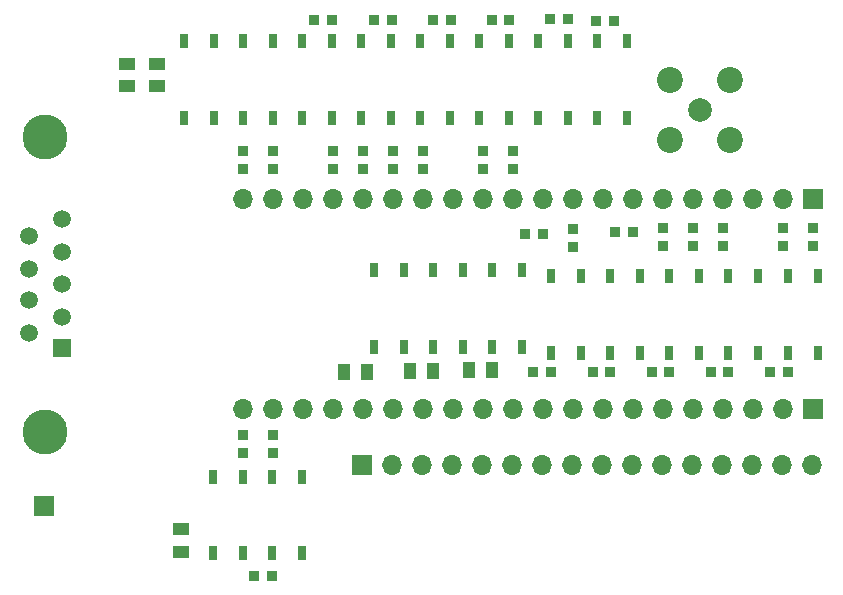
<source format=gbr>
%TF.GenerationSoftware,KiCad,Pcbnew,(5.1.9)-1*%
%TF.CreationDate,2022-05-02T16:44:27-06:00*%
%TF.ProjectId,Resistor_Cali,52657369-7374-46f7-925f-43616c692e6b,rev?*%
%TF.SameCoordinates,Original*%
%TF.FileFunction,Soldermask,Top*%
%TF.FilePolarity,Negative*%
%FSLAX46Y46*%
G04 Gerber Fmt 4.6, Leading zero omitted, Abs format (unit mm)*
G04 Created by KiCad (PCBNEW (5.1.9)-1) date 2022-05-02 16:44:27*
%MOMM*%
%LPD*%
G01*
G04 APERTURE LIST*
%ADD10C,2.200000*%
%ADD11C,2.000000*%
%ADD12R,0.800000X1.300000*%
%ADD13R,0.864000X0.806000*%
%ADD14R,1.377000X1.133000*%
%ADD15R,1.133000X1.377000*%
%ADD16R,0.806000X0.864000*%
%ADD17O,1.700000X1.700000*%
%ADD18R,1.700000X1.700000*%
%ADD19C,3.810000*%
%ADD20R,1.520000X1.520000*%
%ADD21C,1.520000*%
G04 APERTURE END LIST*
D10*
%TO.C,J1*%
X-7030000Y3410000D03*
X-12130000Y3410000D03*
X-12130000Y8510000D03*
X-7030000Y8510000D03*
D11*
X-9580000Y5960000D03*
%TD*%
D12*
%TO.C,U16*%
X-53270000Y5325000D03*
X-50730000Y5325000D03*
X-53270000Y11825000D03*
X-50730000Y11825000D03*
%TD*%
%TO.C,U15*%
X-48270000Y5325000D03*
X-45730000Y5325000D03*
X-48270000Y11825000D03*
X-45730000Y11825000D03*
%TD*%
%TO.C,U7*%
X-29605000Y-7600000D03*
X-32145000Y-7600000D03*
X-29605000Y-14100000D03*
X-32145000Y-14100000D03*
%TD*%
%TO.C,U14*%
X-43270000Y5325000D03*
X-40730000Y5325000D03*
X-43270000Y11825000D03*
X-40730000Y11825000D03*
%TD*%
%TO.C,U6*%
X-24605000Y-7600000D03*
X-27145000Y-7600000D03*
X-24605000Y-14100000D03*
X-27145000Y-14100000D03*
%TD*%
%TO.C,U13*%
X-38270000Y5325000D03*
X-35730000Y5325000D03*
X-38270000Y11825000D03*
X-35730000Y11825000D03*
%TD*%
%TO.C,U18*%
X-43255000Y-25050000D03*
X-45795000Y-25050000D03*
X-43255000Y-31550000D03*
X-45795000Y-31550000D03*
%TD*%
%TO.C,U5*%
X-19605000Y-8075000D03*
X-22145000Y-8075000D03*
X-19605000Y-14575000D03*
X-22145000Y-14575000D03*
%TD*%
%TO.C,U12*%
X-33270000Y5325000D03*
X-30730000Y5325000D03*
X-33270000Y11825000D03*
X-30730000Y11825000D03*
%TD*%
%TO.C,U4*%
X-14605000Y-8075000D03*
X-17145000Y-8075000D03*
X-14605000Y-14575000D03*
X-17145000Y-14575000D03*
%TD*%
%TO.C,U17*%
X-48255000Y-25050000D03*
X-50795000Y-25050000D03*
X-48255000Y-31550000D03*
X-50795000Y-31550000D03*
%TD*%
%TO.C,U11*%
X-28270000Y5325000D03*
X-25730000Y5325000D03*
X-28270000Y11825000D03*
X-25730000Y11825000D03*
%TD*%
%TO.C,U3*%
X-9605000Y-8075000D03*
X-12145000Y-8075000D03*
X-9605000Y-14575000D03*
X-12145000Y-14575000D03*
%TD*%
%TO.C,U10*%
X-23270000Y5325000D03*
X-20730000Y5325000D03*
X-23270000Y11825000D03*
X-20730000Y11825000D03*
%TD*%
%TO.C,U9*%
X-18270000Y5325000D03*
X-15730000Y5325000D03*
X-18270000Y11825000D03*
X-15730000Y11825000D03*
%TD*%
%TO.C,U2*%
X-4605000Y-8075000D03*
X-7145000Y-8075000D03*
X-4605000Y-14575000D03*
X-7145000Y-14575000D03*
%TD*%
%TO.C,U8*%
X-34605000Y-7600000D03*
X-37145000Y-7600000D03*
X-34605000Y-14100000D03*
X-37145000Y-14100000D03*
%TD*%
%TO.C,U1*%
X395000Y-8075000D03*
X-2145000Y-8075000D03*
X395000Y-14575000D03*
X-2145000Y-14575000D03*
%TD*%
D13*
%TO.C,R25*%
X-48285000Y2528000D03*
X-48285000Y1022000D03*
%TD*%
D14*
%TO.C,R32*%
X-55550000Y7984000D03*
X-55550000Y9916000D03*
%TD*%
D13*
%TO.C,R24*%
X-45745000Y2528000D03*
X-45745000Y1022000D03*
%TD*%
%TO.C,R7*%
X-20320000Y-5623000D03*
X-20320000Y-4117000D03*
%TD*%
D14*
%TO.C,R31*%
X-58060000Y7984000D03*
X-58060000Y9916000D03*
%TD*%
D15*
%TO.C,R14*%
X-34076000Y-16080000D03*
X-32144000Y-16080000D03*
%TD*%
D13*
%TO.C,R23*%
X-40665000Y2528000D03*
X-40665000Y1022000D03*
%TD*%
D16*
%TO.C,R6*%
X-16753000Y-4350000D03*
X-15247000Y-4350000D03*
%TD*%
%TO.C,R30*%
X-42232400Y13625000D03*
X-40726400Y13625000D03*
%TD*%
D15*
%TO.C,R13*%
X-29086000Y-16060000D03*
X-27154000Y-16060000D03*
%TD*%
D13*
%TO.C,R22*%
X-38125000Y2528000D03*
X-38125000Y1022000D03*
%TD*%
%TO.C,R34*%
X-45745000Y-23083000D03*
X-45745000Y-21577000D03*
%TD*%
D16*
%TO.C,R29*%
X-37177800Y13629000D03*
X-35671800Y13629000D03*
%TD*%
D13*
%TO.C,R5*%
X-12725000Y-5553000D03*
X-12725000Y-4047000D03*
%TD*%
D16*
%TO.C,R36*%
X-47278000Y-33450000D03*
X-45772000Y-33450000D03*
%TD*%
%TO.C,R12*%
X-23678000Y-16200000D03*
X-22172000Y-16200000D03*
%TD*%
D13*
%TO.C,R21*%
X-35585000Y2528000D03*
X-35585000Y1022000D03*
%TD*%
D16*
%TO.C,R28*%
X-32174000Y13629000D03*
X-30668000Y13629000D03*
%TD*%
D13*
%TO.C,R4*%
X-10185000Y-5553000D03*
X-10185000Y-4047000D03*
%TD*%
%TO.C,R33*%
X-48285000Y-23083000D03*
X-48285000Y-21577000D03*
%TD*%
D16*
%TO.C,R11*%
X-18653000Y-16200000D03*
X-17147000Y-16200000D03*
%TD*%
D14*
%TO.C,R35*%
X-53490000Y-31426000D03*
X-53490000Y-29494000D03*
%TD*%
D13*
%TO.C,R20*%
X-33045000Y2528000D03*
X-33045000Y1022000D03*
%TD*%
D16*
%TO.C,R27*%
X-27195600Y13629000D03*
X-25689600Y13629000D03*
%TD*%
D13*
%TO.C,R3*%
X-7645000Y-5553000D03*
X-7645000Y-4047000D03*
%TD*%
%TO.C,R19*%
X-27965000Y2528000D03*
X-27965000Y1022000D03*
%TD*%
D16*
%TO.C,R10*%
X-13653000Y-16200000D03*
X-12147000Y-16200000D03*
%TD*%
D13*
%TO.C,R16*%
X-25425000Y2528000D03*
X-25425000Y1022000D03*
%TD*%
D16*
%TO.C,R26*%
X-22228000Y13650000D03*
X-20722000Y13650000D03*
%TD*%
%TO.C,R18*%
X-18353000Y13500000D03*
X-16847000Y13500000D03*
%TD*%
D13*
%TO.C,R2*%
X-2565000Y-5553000D03*
X-2565000Y-4047000D03*
%TD*%
D16*
%TO.C,R9*%
X-8653000Y-16200000D03*
X-7147000Y-16200000D03*
%TD*%
%TO.C,R15*%
X-24393000Y-4540000D03*
X-22887000Y-4540000D03*
%TD*%
D13*
%TO.C,R1*%
X-25000Y-5553000D03*
X-25000Y-4047000D03*
%TD*%
D15*
%TO.C,R17*%
X-39716000Y-16210000D03*
X-37784000Y-16210000D03*
%TD*%
D16*
%TO.C,R8*%
X-3653000Y-16200000D03*
X-2147000Y-16200000D03*
%TD*%
D17*
%TO.C,J5*%
X-50000Y-24075000D03*
X-2590000Y-24075000D03*
X-5130000Y-24075000D03*
X-7670000Y-24075000D03*
X-10210000Y-24075000D03*
X-12750000Y-24075000D03*
X-15290000Y-24075000D03*
X-17830000Y-24075000D03*
X-20370000Y-24075000D03*
X-22910000Y-24075000D03*
X-25450000Y-24075000D03*
X-27990000Y-24075000D03*
X-30530000Y-24075000D03*
X-33070000Y-24075000D03*
X-35610000Y-24075000D03*
D18*
X-38150000Y-24075000D03*
%TD*%
D17*
%TO.C,J4*%
X-48285000Y-19330000D03*
X-45745000Y-19330000D03*
X-43205000Y-19330000D03*
X-40665000Y-19330000D03*
X-38125000Y-19330000D03*
X-35585000Y-19330000D03*
X-33045000Y-19330000D03*
X-30505000Y-19330000D03*
X-27965000Y-19330000D03*
X-25425000Y-19330000D03*
X-22885000Y-19330000D03*
X-20345000Y-19330000D03*
X-17805000Y-19330000D03*
X-15265000Y-19330000D03*
X-12725000Y-19330000D03*
X-10185000Y-19330000D03*
X-7645000Y-19330000D03*
X-5105000Y-19330000D03*
X-2565000Y-19330000D03*
D18*
X-25000Y-19330000D03*
%TD*%
D17*
%TO.C,J3*%
X-48285000Y-1550000D03*
X-45745000Y-1550000D03*
X-43205000Y-1550000D03*
X-40665000Y-1550000D03*
X-38125000Y-1550000D03*
X-35585000Y-1550000D03*
X-33045000Y-1550000D03*
X-30505000Y-1550000D03*
X-27965000Y-1550000D03*
X-25425000Y-1550000D03*
X-22885000Y-1550000D03*
X-20345000Y-1550000D03*
X-17805000Y-1550000D03*
X-15265000Y-1550000D03*
X-12725000Y-1550000D03*
X-10185000Y-1550000D03*
X-7645000Y-1550000D03*
X-5105000Y-1550000D03*
X-2565000Y-1550000D03*
D18*
X-25000Y-1550000D03*
%TD*%
D19*
%TO.C,J2*%
X-64975000Y3730000D03*
X-64975000Y-21290000D03*
D20*
X-63575000Y-14180000D03*
D21*
X-63575000Y-11510000D03*
X-63575000Y-8720000D03*
X-63575000Y-6050000D03*
X-63575000Y-3260000D03*
X-66365000Y-12910000D03*
X-66365000Y-10120000D03*
X-66365000Y-7450000D03*
X-66365000Y-4650000D03*
%TD*%
D18*
%TO.C,J6*%
X-65090000Y-27570000D03*
%TD*%
M02*

</source>
